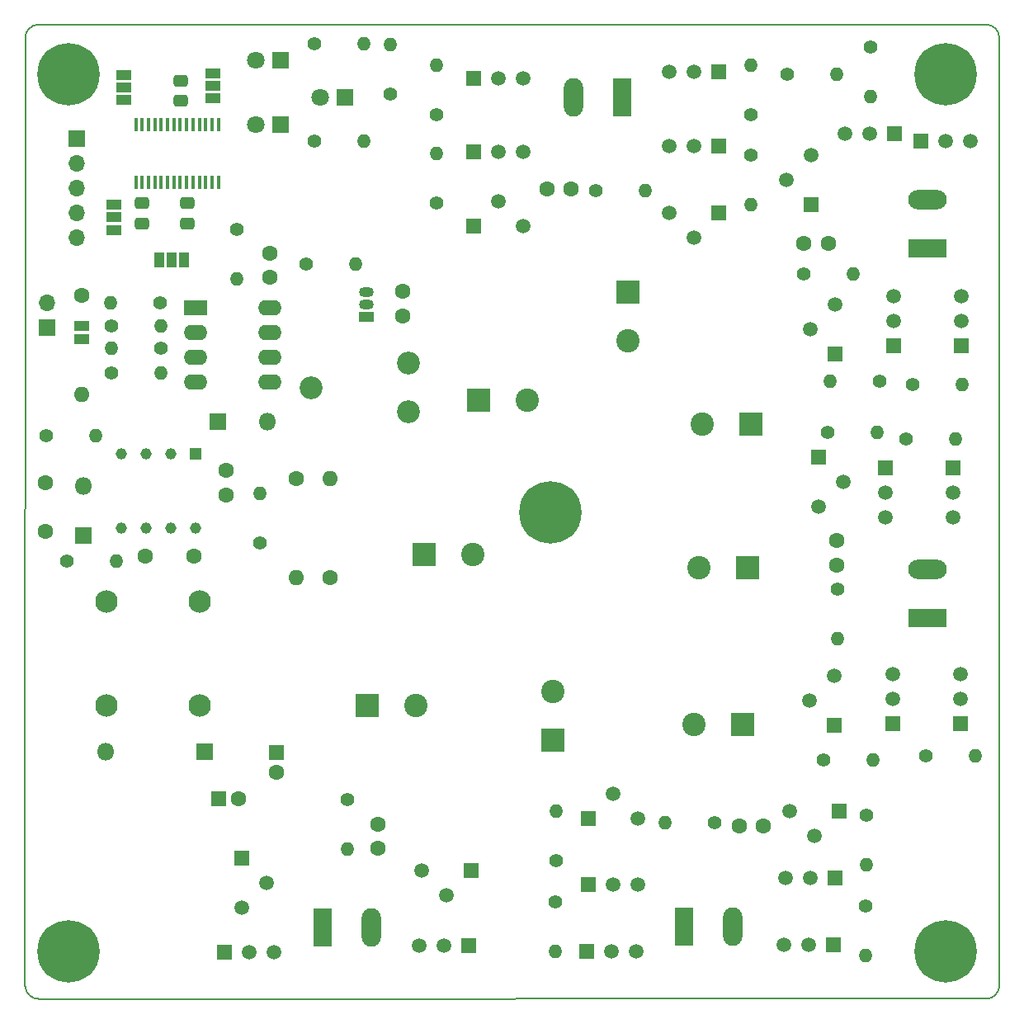
<source format=gbr>
%TF.GenerationSoftware,KiCad,Pcbnew,(6.0.7)*%
%TF.CreationDate,2022-10-05T08:16:40+03:00*%
%TF.ProjectId,irigatii2,69726967-6174-4696-9932-2e6b69636164,rev?*%
%TF.SameCoordinates,Original*%
%TF.FileFunction,Soldermask,Top*%
%TF.FilePolarity,Negative*%
%FSLAX46Y46*%
G04 Gerber Fmt 4.6, Leading zero omitted, Abs format (unit mm)*
G04 Created by KiCad (PCBNEW (6.0.7)) date 2022-10-05 08:16:40*
%MOMM*%
%LPD*%
G01*
G04 APERTURE LIST*
G04 Aperture macros list*
%AMRoundRect*
0 Rectangle with rounded corners*
0 $1 Rounding radius*
0 $2 $3 $4 $5 $6 $7 $8 $9 X,Y pos of 4 corners*
0 Add a 4 corners polygon primitive as box body*
4,1,4,$2,$3,$4,$5,$6,$7,$8,$9,$2,$3,0*
0 Add four circle primitives for the rounded corners*
1,1,$1+$1,$2,$3*
1,1,$1+$1,$4,$5*
1,1,$1+$1,$6,$7*
1,1,$1+$1,$8,$9*
0 Add four rect primitives between the rounded corners*
20,1,$1+$1,$2,$3,$4,$5,0*
20,1,$1+$1,$4,$5,$6,$7,0*
20,1,$1+$1,$6,$7,$8,$9,0*
20,1,$1+$1,$8,$9,$2,$3,0*%
G04 Aperture macros list end*
%TA.AperFunction,Profile*%
%ADD10C,0.150000*%
%TD*%
%ADD11R,1.500000X1.000000*%
%ADD12R,1.700000X1.700000*%
%ADD13O,1.700000X1.700000*%
%ADD14C,1.400000*%
%ADD15O,1.400000X1.400000*%
%ADD16R,1.500000X1.500000*%
%ADD17C,1.500000*%
%ADD18R,1.000000X1.500000*%
%ADD19R,3.960000X1.980000*%
%ADD20O,3.960000X1.980000*%
%ADD21R,1.800000X1.800000*%
%ADD22O,1.800000X1.800000*%
%ADD23R,0.450000X1.475000*%
%ADD24C,1.600000*%
%ADD25R,1.170000X1.170000*%
%ADD26C,1.170000*%
%ADD27RoundRect,0.250000X0.475000X-0.337500X0.475000X0.337500X-0.475000X0.337500X-0.475000X-0.337500X0*%
%ADD28C,3.600000*%
%ADD29C,6.400000*%
%ADD30R,2.400000X2.400000*%
%ADD31C,2.400000*%
%ADD32RoundRect,0.250000X-0.475000X0.337500X-0.475000X-0.337500X0.475000X-0.337500X0.475000X0.337500X0*%
%ADD33O,1.600000X1.600000*%
%ADD34C,1.800000*%
%ADD35R,1.980000X3.960000*%
%ADD36O,1.980000X3.960000*%
%ADD37R,1.600000X1.600000*%
%ADD38R,2.400000X1.600000*%
%ADD39O,2.400000X1.600000*%
%ADD40C,2.301240*%
%ADD41C,2.340000*%
%ADD42R,1.500000X1.050000*%
%ADD43O,1.500000X1.050000*%
G04 APERTURE END LIST*
D10*
X28912780Y-80877533D02*
G75*
G03*
X27565448Y-82299928I22280J-1370417D01*
G01*
X27559000Y-179500667D02*
X27565448Y-82299928D01*
X127529559Y-82227378D02*
G75*
G03*
X126107071Y-80880047I-1370459J-22322D01*
G01*
X126179621Y-180844073D02*
X28981400Y-180847999D01*
X28912780Y-80877528D02*
X126107071Y-80880047D01*
X127529471Y-82227379D02*
X127526953Y-179421673D01*
X126179622Y-180844159D02*
G75*
G03*
X127526953Y-179421673I-22322J1370459D01*
G01*
X27558995Y-179500667D02*
G75*
G03*
X28981400Y-180847999I1370405J22267D01*
G01*
D11*
%TO.C,JP5*%
X33401000Y-113121200D03*
X33401000Y-111821200D03*
%TD*%
D12*
%TO.C,J1*%
X29845000Y-111942800D03*
D13*
X29845000Y-109402800D03*
%TD*%
D14*
%TO.C,R25*%
X98272600Y-162763200D03*
D15*
X93192600Y-162763200D03*
%TD*%
D14*
%TO.C,R13*%
X65024000Y-87985600D03*
D15*
X65024000Y-82905600D03*
%TD*%
D14*
%TO.C,R12*%
X57277000Y-92837000D03*
D15*
X62357000Y-92837000D03*
%TD*%
D14*
%TO.C,R5*%
X36449000Y-111810800D03*
D15*
X41529000Y-111810800D03*
%TD*%
D16*
%TO.C,Q27*%
X116565800Y-152577800D03*
D17*
X116565800Y-150037800D03*
X116565800Y-147497800D03*
%TD*%
D18*
%TO.C,JP2*%
X41295800Y-105054400D03*
X42595800Y-105054400D03*
X43895800Y-105054400D03*
%TD*%
D19*
%TO.C,J7*%
X120168200Y-141804600D03*
D20*
X120168200Y-136804600D03*
%TD*%
D21*
%TO.C,D3*%
X33502600Y-133321000D03*
D22*
X33502600Y-128241000D03*
%TD*%
D23*
%TO.C,IC2*%
X38929600Y-97040000D03*
X39579600Y-97040000D03*
X40229600Y-97040000D03*
X40879600Y-97040000D03*
X41529600Y-97040000D03*
X42179600Y-97040000D03*
X42829600Y-97040000D03*
X43479600Y-97040000D03*
X44129600Y-97040000D03*
X44779600Y-97040000D03*
X45429600Y-97040000D03*
X46079600Y-97040000D03*
X46729600Y-97040000D03*
X47379600Y-97040000D03*
X47379600Y-91164000D03*
X46729600Y-91164000D03*
X46079600Y-91164000D03*
X45429600Y-91164000D03*
X44779600Y-91164000D03*
X44129600Y-91164000D03*
X43479600Y-91164000D03*
X42829600Y-91164000D03*
X42179600Y-91164000D03*
X41529600Y-91164000D03*
X40879600Y-91164000D03*
X40229600Y-91164000D03*
X39579600Y-91164000D03*
X38929600Y-91164000D03*
%TD*%
D24*
%TO.C,C17*%
X63728600Y-165435600D03*
X63728600Y-162935600D03*
%TD*%
D16*
%TO.C,Q26*%
X108204000Y-99364800D03*
D17*
X105664000Y-96824800D03*
X108204000Y-94284800D03*
%TD*%
D25*
%TO.C,IC1*%
X45034200Y-124891800D03*
D26*
X42494200Y-124891800D03*
X39954200Y-124891800D03*
X37414200Y-124891800D03*
X37414200Y-132511800D03*
X39954200Y-132511800D03*
X42494200Y-132511800D03*
X45034200Y-132511800D03*
%TD*%
D27*
%TO.C,C8*%
X43510200Y-88696800D03*
X43510200Y-86621800D03*
%TD*%
D28*
%TO.C,H3*%
X122000000Y-176000000D03*
D29*
X122000000Y-176000000D03*
%TD*%
D16*
%TO.C,Q13*%
X85347800Y-162310200D03*
D17*
X87887800Y-159770200D03*
X90427800Y-162310200D03*
%TD*%
D14*
%TO.C,R30*%
X109448600Y-156311600D03*
D15*
X114528600Y-156311600D03*
%TD*%
D19*
%TO.C,J8*%
X120167400Y-103857000D03*
D20*
X120167400Y-98857000D03*
%TD*%
D16*
%TO.C,Q33*%
X123600800Y-113817400D03*
D17*
X123600800Y-111277400D03*
X123600800Y-108737400D03*
%TD*%
D16*
%TO.C,Q17*%
X85373200Y-169160200D03*
D17*
X87913200Y-169160200D03*
X90453200Y-169160200D03*
%TD*%
D14*
%TO.C,R20*%
X102006400Y-94241200D03*
D15*
X102006400Y-99321200D03*
%TD*%
D24*
%TO.C,C13*%
X81096800Y-97721800D03*
X83596800Y-97721800D03*
%TD*%
D30*
%TO.C,C4*%
X101705415Y-136575800D03*
D31*
X96705415Y-136575800D03*
%TD*%
D14*
%TO.C,R23*%
X113897400Y-162022000D03*
D15*
X113897400Y-167102000D03*
%TD*%
D14*
%TO.C,R39*%
X114300000Y-83158800D03*
D15*
X114300000Y-88238800D03*
%TD*%
D32*
%TO.C,C10*%
X39522400Y-99190900D03*
X39522400Y-101265900D03*
%TD*%
D21*
%TO.C,D2*%
X45999400Y-155448000D03*
D22*
X35839400Y-155448000D03*
%TD*%
D14*
%TO.C,R26*%
X102006400Y-90127200D03*
D15*
X102006400Y-85047200D03*
%TD*%
D16*
%TO.C,Q36*%
X73355200Y-167700200D03*
D17*
X70815200Y-170240200D03*
X68275200Y-167700200D03*
%TD*%
D16*
%TO.C,Q21*%
X85195400Y-176018200D03*
D17*
X87735400Y-176018200D03*
X90275400Y-176018200D03*
%TD*%
D14*
%TO.C,R21*%
X69799200Y-99221200D03*
D15*
X69799200Y-94141200D03*
%TD*%
D16*
%TO.C,Q35*%
X49776000Y-166425200D03*
D17*
X52316000Y-168965200D03*
X49776000Y-171505200D03*
%TD*%
D16*
%TO.C,Q20*%
X73609200Y-86423200D03*
D17*
X76149200Y-86423200D03*
X78689200Y-86423200D03*
%TD*%
D14*
%TO.C,R27*%
X69799200Y-90127200D03*
D15*
X69799200Y-85047200D03*
%TD*%
D16*
%TO.C,Q18*%
X110620800Y-168440200D03*
D17*
X108080800Y-168440200D03*
X105540800Y-168440200D03*
%TD*%
D14*
%TO.C,R8*%
X41452800Y-114122200D03*
D15*
X36372800Y-114122200D03*
%TD*%
D30*
%TO.C,C20*%
X101172015Y-152654000D03*
D31*
X96172015Y-152654000D03*
%TD*%
D14*
%TO.C,R10*%
X41427400Y-109423200D03*
D15*
X36347400Y-109423200D03*
%TD*%
D16*
%TO.C,Q11*%
X98729800Y-100203000D03*
D17*
X96189800Y-102743000D03*
X93649800Y-100203000D03*
%TD*%
D11*
%TO.C,JP4*%
X37642800Y-86025200D03*
X37642800Y-87325200D03*
X37642800Y-88625200D03*
%TD*%
D14*
%TO.C,R34*%
X110897200Y-138836400D03*
D15*
X110897200Y-143916400D03*
%TD*%
D24*
%TO.C,C14*%
X103327200Y-163068000D03*
X100827200Y-163068000D03*
%TD*%
D12*
%TO.C,J2*%
X32893000Y-92608400D03*
D13*
X32893000Y-95148400D03*
X32893000Y-97688400D03*
X32893000Y-100228400D03*
X32893000Y-102768400D03*
%TD*%
D30*
%TO.C,C6*%
X68499985Y-135255000D03*
D31*
X73499985Y-135255000D03*
%TD*%
D16*
%TO.C,Q32*%
X122780000Y-126339600D03*
D17*
X122780000Y-128879600D03*
X122780000Y-131419600D03*
%TD*%
D24*
%TO.C,C16*%
X109956600Y-103327200D03*
X107456600Y-103327200D03*
%TD*%
D16*
%TO.C,Q19*%
X98729800Y-85703200D03*
D17*
X96189800Y-85703200D03*
X93649800Y-85703200D03*
%TD*%
D24*
%TO.C,C15*%
X110846400Y-133827200D03*
X110846400Y-136327200D03*
%TD*%
D14*
%TO.C,R37*%
X117957600Y-123393200D03*
D15*
X123037600Y-123393200D03*
%TD*%
D16*
%TO.C,Q25*%
X110650400Y-114655600D03*
D17*
X108110400Y-112115600D03*
X110650400Y-109575600D03*
%TD*%
D24*
%TO.C,R2*%
X33375600Y-108661200D03*
D33*
X33375600Y-118821200D03*
%TD*%
D28*
%TO.C,H1*%
X32000000Y-86000000D03*
D29*
X32000000Y-86000000D03*
%TD*%
D24*
%TO.C,R3*%
X55397400Y-127457200D03*
D33*
X55397400Y-137617200D03*
%TD*%
D11*
%TO.C,JP3*%
X46863000Y-88472800D03*
X46863000Y-87172800D03*
X46863000Y-85872800D03*
%TD*%
D30*
%TO.C,C1*%
X74087985Y-119430800D03*
D31*
X79087985Y-119430800D03*
%TD*%
D14*
%TO.C,R24*%
X86079800Y-97925000D03*
D15*
X91159800Y-97925000D03*
%TD*%
D24*
%TO.C,C7*%
X48187200Y-126644400D03*
X48187200Y-129144400D03*
%TD*%
%TO.C,C11*%
X52654200Y-104337800D03*
X52654200Y-106837800D03*
%TD*%
D16*
%TO.C,Q38*%
X73101200Y-175378200D03*
D17*
X70561200Y-175378200D03*
X68021200Y-175378200D03*
%TD*%
D24*
%TO.C,C5*%
X44918000Y-135382000D03*
X39918000Y-135382000D03*
%TD*%
D16*
%TO.C,Q15*%
X98729800Y-93315200D03*
D17*
X96189800Y-93315200D03*
X93649800Y-93315200D03*
%TD*%
D21*
%TO.C,D6*%
X60406200Y-88341200D03*
D34*
X57866200Y-88341200D03*
%TD*%
D35*
%TO.C,J9*%
X58068000Y-173507400D03*
D36*
X63068000Y-173507400D03*
%TD*%
D16*
%TO.C,Q37*%
X48006000Y-176102600D03*
D17*
X50546000Y-176102600D03*
X53086000Y-176102600D03*
%TD*%
D37*
%TO.C,C19*%
X47457287Y-160350200D03*
D24*
X49457287Y-160350200D03*
%TD*%
D30*
%TO.C,C23*%
X102061015Y-121843800D03*
D31*
X97061015Y-121843800D03*
%TD*%
D16*
%TO.C,Q28*%
X115845800Y-126339600D03*
D17*
X115845800Y-128879600D03*
X115845800Y-131419600D03*
%TD*%
D24*
%TO.C,C2*%
X29616400Y-127852800D03*
X29616400Y-132852800D03*
%TD*%
D38*
%TO.C,U1*%
X45044600Y-109941200D03*
D39*
X45044600Y-112481200D03*
X45044600Y-115021200D03*
X45044600Y-117561200D03*
X52664600Y-117561200D03*
X52664600Y-115021200D03*
X52664600Y-112481200D03*
X52664600Y-109941200D03*
%TD*%
D14*
%TO.C,R11*%
X56388000Y-105410000D03*
D15*
X61468000Y-105410000D03*
%TD*%
D21*
%TO.C,D4*%
X53776800Y-84556600D03*
D34*
X51236800Y-84556600D03*
%TD*%
D14*
%TO.C,R29*%
X113770400Y-171318400D03*
D15*
X113770400Y-176398400D03*
%TD*%
D14*
%TO.C,R36*%
X119938800Y-155930600D03*
D15*
X125018800Y-155930600D03*
%TD*%
D16*
%TO.C,Q23*%
X110549600Y-152806400D03*
D17*
X108009600Y-150266400D03*
X110549600Y-147726400D03*
%TD*%
D14*
%TO.C,R9*%
X49276000Y-101854000D03*
D15*
X49276000Y-106934000D03*
%TD*%
D40*
%TO.C,T1*%
X45440600Y-140065760D03*
X35941000Y-140065760D03*
X35941000Y-150764240D03*
X45440600Y-150764240D03*
%TD*%
D16*
%TO.C,Q34*%
X119481600Y-92816000D03*
D17*
X122021600Y-92816000D03*
X124561600Y-92816000D03*
%TD*%
D16*
%TO.C,Q12*%
X73609200Y-101514400D03*
D17*
X76149200Y-98974400D03*
X78689200Y-101514400D03*
%TD*%
D32*
%TO.C,C9*%
X44170600Y-99212400D03*
X44170600Y-101287400D03*
%TD*%
D41*
%TO.C,RV1*%
X66899800Y-115609600D03*
X56899800Y-118109600D03*
X66899800Y-120609600D03*
%TD*%
D42*
%TO.C,U2*%
X62611000Y-110871000D03*
D43*
X62611000Y-109601000D03*
X62611000Y-108331000D03*
%TD*%
D16*
%TO.C,Q22*%
X110468400Y-175298200D03*
D17*
X107928400Y-175298200D03*
X105388400Y-175298200D03*
%TD*%
D29*
%TO.C,H5*%
X81483200Y-130911600D03*
D28*
X81483200Y-130911600D03*
%TD*%
D16*
%TO.C,Q24*%
X109009600Y-125298200D03*
D17*
X111549600Y-127838200D03*
X109009600Y-130378200D03*
%TD*%
D16*
%TO.C,Q29*%
X116666600Y-113817400D03*
D17*
X116666600Y-111277400D03*
X116666600Y-108737400D03*
%TD*%
D14*
%TO.C,R7*%
X51612800Y-134036600D03*
D15*
X51612800Y-128956600D03*
%TD*%
D14*
%TO.C,R40*%
X60655200Y-160374800D03*
D15*
X60655200Y-165454800D03*
%TD*%
D37*
%TO.C,C18*%
X53340000Y-155575000D03*
D24*
X53340000Y-157575000D03*
%TD*%
%TO.C,R4*%
X58851800Y-137642600D03*
D33*
X58851800Y-127482600D03*
%TD*%
D21*
%TO.C,D1*%
X47320200Y-121640600D03*
D22*
X52400200Y-121640600D03*
%TD*%
D14*
%TO.C,R38*%
X118591800Y-117779800D03*
D15*
X123671800Y-117779800D03*
%TD*%
D14*
%TO.C,R1*%
X31826200Y-135890000D03*
D15*
X36906200Y-135890000D03*
%TD*%
D16*
%TO.C,Q14*%
X111103400Y-161583000D03*
D17*
X108563400Y-164123000D03*
X106023400Y-161583000D03*
%TD*%
D16*
%TO.C,Q16*%
X73609200Y-93898800D03*
D17*
X76149200Y-93898800D03*
X78689200Y-93898800D03*
%TD*%
D35*
%TO.C,J6*%
X95152200Y-173427400D03*
D36*
X100152200Y-173427400D03*
%TD*%
D35*
%TO.C,J5*%
X88819400Y-88323800D03*
D36*
X83819400Y-88323800D03*
%TD*%
D29*
%TO.C,H4*%
X32000000Y-176000000D03*
D28*
X32000000Y-176000000D03*
%TD*%
D16*
%TO.C,Q31*%
X123500000Y-152628600D03*
D17*
X123500000Y-150088600D03*
X123500000Y-147548600D03*
%TD*%
D14*
%TO.C,R33*%
X105764800Y-86004400D03*
D15*
X110844800Y-86004400D03*
%TD*%
D24*
%TO.C,C12*%
X66294000Y-110744000D03*
X66294000Y-108244000D03*
%TD*%
D30*
%TO.C,C22*%
X89382600Y-108327185D03*
D31*
X89382600Y-113327185D03*
%TD*%
D14*
%TO.C,R28*%
X81969600Y-170886600D03*
D15*
X81969600Y-175966600D03*
%TD*%
D14*
%TO.C,R31*%
X109931200Y-122758200D03*
D15*
X115011200Y-122758200D03*
%TD*%
D30*
%TO.C,C21*%
X81686400Y-154283415D03*
D31*
X81686400Y-149283415D03*
%TD*%
D14*
%TO.C,R22*%
X82020400Y-166697200D03*
D15*
X82020400Y-161617200D03*
%TD*%
D14*
%TO.C,R6*%
X36372800Y-116611400D03*
D15*
X41452800Y-116611400D03*
%TD*%
D21*
%TO.C,D5*%
X53776800Y-91160600D03*
D34*
X51236800Y-91160600D03*
%TD*%
D16*
%TO.C,Q30*%
X116763800Y-92096000D03*
D17*
X114223800Y-92096000D03*
X111683800Y-92096000D03*
%TD*%
D14*
%TO.C,R17*%
X57276200Y-82854800D03*
D15*
X62356200Y-82854800D03*
%TD*%
D14*
%TO.C,R35*%
X107442000Y-106451400D03*
D15*
X112522000Y-106451400D03*
%TD*%
D29*
%TO.C,H2*%
X122000000Y-86000000D03*
D28*
X122000000Y-86000000D03*
%TD*%
D14*
%TO.C,R32*%
X115265200Y-117475000D03*
D15*
X110185200Y-117475000D03*
%TD*%
D11*
%TO.C,JP1*%
X36636700Y-101960200D03*
X36636700Y-100660200D03*
X36636700Y-99360200D03*
%TD*%
D30*
%TO.C,C3*%
X62661800Y-150749000D03*
D31*
X67661800Y-150749000D03*
%TD*%
D14*
%TO.C,R16*%
X29718000Y-123063000D03*
D15*
X34798000Y-123063000D03*
%TD*%
M02*

</source>
